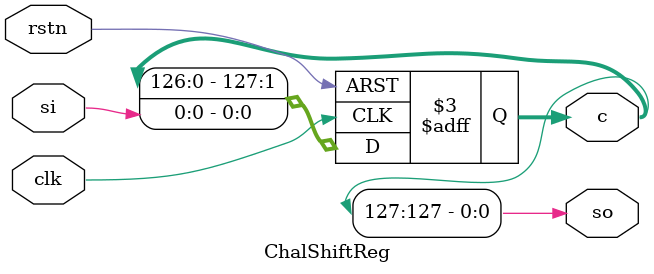
<source format=v>
module ChalShiftReg
(
  input wire  clk,
  input wire si,
  input wire rstn,
  output [127:0] c,
  output wire so
);

  reg [127:0] c;

  // N-Bit shift register with scan in and scan out
  always @ (posedge clk or negedge rstn) begin
    if (~rstn) begin
      c[127:0] <= 0;
    end else begin
      c[127:0] <= {c[126:0], si};
    end
  end

  assign so = c[127];

endmodule



</source>
